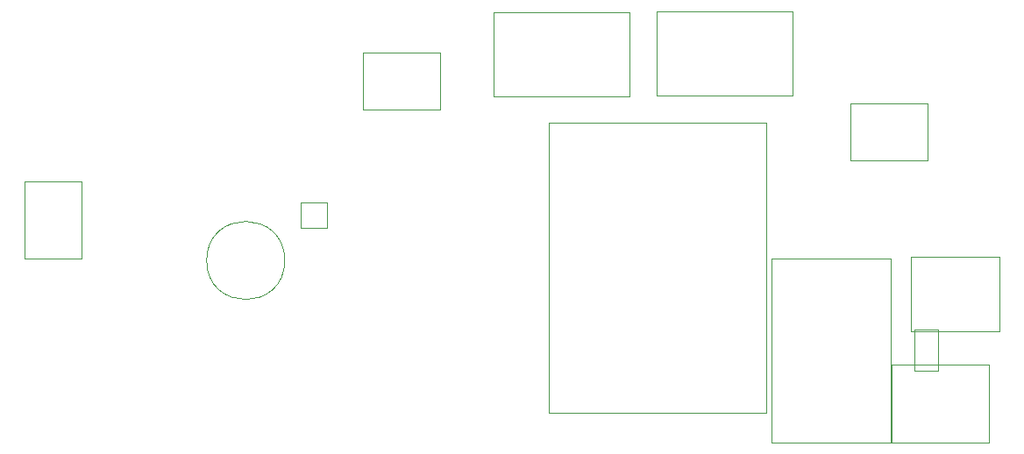
<source format=gbr>
%TF.GenerationSoftware,Altium Limited,Altium Designer,21.7.2 (23)*%
G04 Layer_Color=32768*
%FSLAX25Y25*%
%MOIN*%
%TF.SameCoordinates,95A22525-32A0-4EEE-A0C0-36F8BD1EB9D1*%
%TF.FilePolarity,Positive*%
%TF.FileFunction,Other,Mechanical_15*%
%TF.Part,Single*%
G01*
G75*
%TA.AperFunction,NonConductor*%
%ADD69C,0.00394*%
%ADD106C,0.00197*%
D69*
X405118Y29842D02*
X442126D01*
Y197D02*
Y29842D01*
X405118Y197D02*
X442126D01*
X405118D02*
Y29842D01*
X274803Y121850D02*
X357480D01*
Y11614D02*
Y121850D01*
X274803Y11614D02*
X357480D01*
X274803D02*
Y121850D01*
X305217Y131890D02*
Y163976D01*
X253642D02*
X305217D01*
X253642Y131890D02*
Y163976D01*
Y131890D02*
X305217D01*
X367421Y132283D02*
Y164370D01*
X315846D02*
X367421D01*
X315846Y132283D02*
Y164370D01*
Y132283D02*
X367421D01*
D106*
X174311Y69488D02*
G03*
X174311Y69488I-14862J0D01*
G01*
X404646Y98D02*
Y70177D01*
X359291Y98D02*
X404646D01*
X359291D02*
Y70177D01*
X404646D01*
X413583Y43209D02*
X422638D01*
X413583Y27657D02*
Y43209D01*
Y27657D02*
X422638D01*
Y43209D01*
X389272Y107677D02*
Y129331D01*
Y107677D02*
X418602D01*
Y129331D01*
X389272D02*
X418602D01*
X75394Y70374D02*
X97047D01*
Y99705D01*
X75394D02*
X97047D01*
X75394Y70374D02*
Y99705D01*
X233268Y126969D02*
Y148622D01*
X203937D02*
X233268D01*
X203937Y126969D02*
Y148622D01*
Y126969D02*
X233268D01*
X180512Y81791D02*
X190354D01*
Y91437D01*
X180512D02*
X190354D01*
X180512Y81791D02*
Y91437D01*
X412303Y42500D02*
Y70886D01*
Y42500D02*
X445965D01*
Y70886D01*
X412303D02*
X445965D01*
%TF.MD5,fb80355870bfc7fb2958eda8ef29673b*%
M02*

</source>
